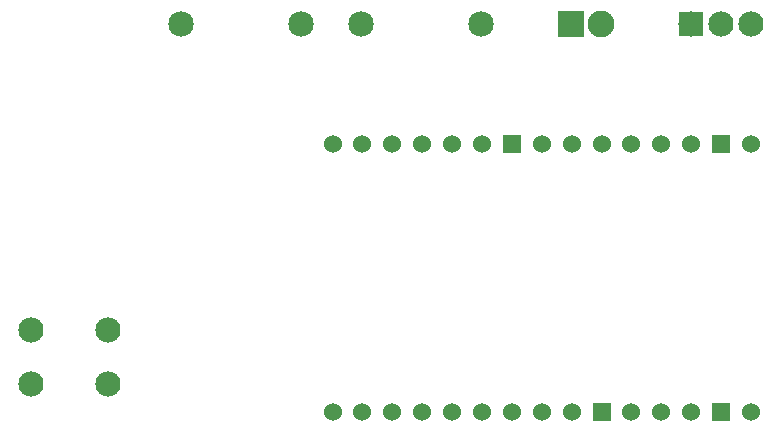
<source format=gbs>
G04 MADE WITH FRITZING*
G04 WWW.FRITZING.ORG*
G04 DOUBLE SIDED*
G04 HOLES PLATED*
G04 CONTOUR ON CENTER OF CONTOUR VECTOR*
%ASAXBY*%
%FSLAX23Y23*%
%MOIN*%
%OFA0B0*%
%SFA1.0B1.0*%
%ADD10C,0.060000*%
%ADD11C,0.084000*%
%ADD12C,0.089370*%
%ADD13C,0.085000*%
%ADD14R,0.060028X0.060014*%
%ADD15R,0.060028X0.060000*%
%ADD16R,0.084000X0.084000*%
%ADD17R,0.089370X0.089370*%
%LNMASK0*%
G90*
G70*
G54D10*
X2691Y186D03*
X2591Y186D03*
X2492Y186D03*
X2392Y186D03*
X2292Y186D03*
X2193Y186D03*
X2093Y186D03*
X1994Y186D03*
X1894Y186D03*
X1795Y186D03*
X1695Y186D03*
X1595Y186D03*
X1496Y186D03*
X1396Y186D03*
X1297Y186D03*
X1297Y1080D03*
X1396Y1080D03*
X1496Y1080D03*
X1595Y1080D03*
X1695Y1080D03*
X1795Y1080D03*
X1894Y1080D03*
X1994Y1080D03*
X2093Y1080D03*
X2193Y1080D03*
X2292Y1080D03*
X2392Y1080D03*
X2492Y1080D03*
X2591Y1080D03*
X2691Y1080D03*
G54D11*
X292Y458D03*
X548Y458D03*
X292Y280D03*
X548Y280D03*
X2492Y1480D03*
X2592Y1480D03*
X2692Y1480D03*
G54D12*
X2092Y1480D03*
X2192Y1480D03*
G54D13*
X1192Y1480D03*
X792Y1480D03*
X1392Y1480D03*
X1792Y1480D03*
G54D14*
X2591Y186D03*
X2193Y186D03*
G54D15*
X1894Y1080D03*
X2591Y1080D03*
G54D16*
X2492Y1480D03*
G54D17*
X2092Y1480D03*
G04 End of Mask0*
M02*
</source>
